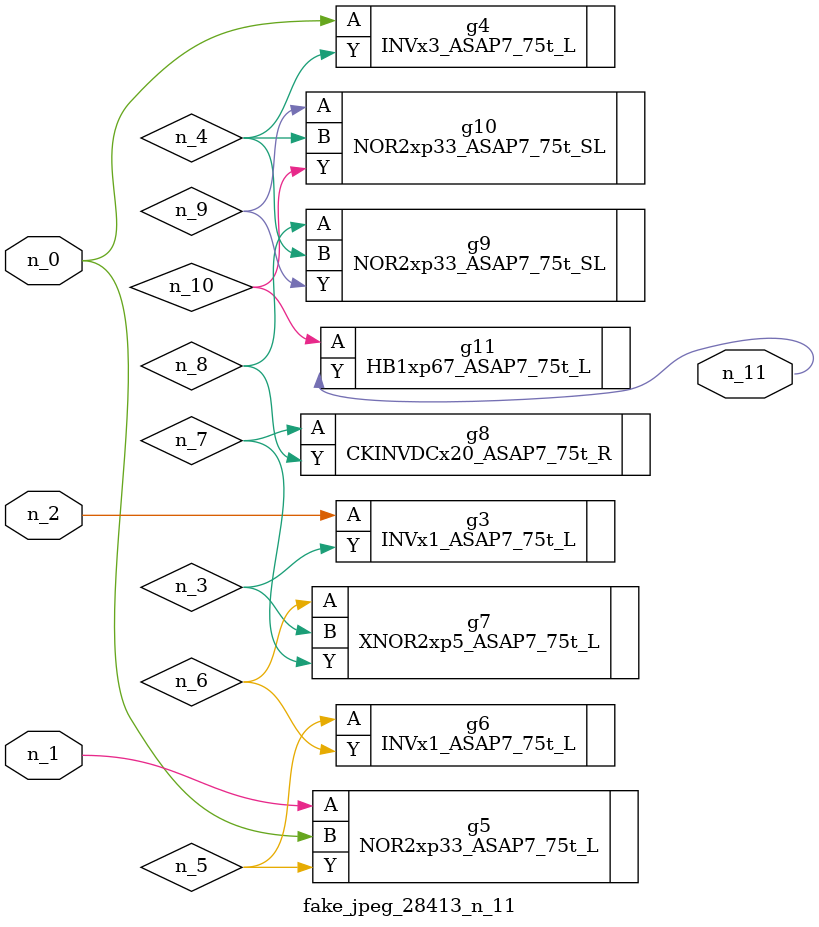
<source format=v>
module fake_jpeg_28413_n_11 (n_0, n_2, n_1, n_11);

input n_0;
input n_2;
input n_1;

output n_11;

wire n_3;
wire n_10;
wire n_4;
wire n_8;
wire n_9;
wire n_6;
wire n_5;
wire n_7;

INVx1_ASAP7_75t_L g3 ( 
.A(n_2),
.Y(n_3)
);

INVx3_ASAP7_75t_L g4 ( 
.A(n_0),
.Y(n_4)
);

NOR2xp33_ASAP7_75t_L g5 ( 
.A(n_1),
.B(n_0),
.Y(n_5)
);

INVx1_ASAP7_75t_L g6 ( 
.A(n_5),
.Y(n_6)
);

XNOR2xp5_ASAP7_75t_L g7 ( 
.A(n_6),
.B(n_3),
.Y(n_7)
);

CKINVDCx20_ASAP7_75t_R g8 ( 
.A(n_7),
.Y(n_8)
);

NOR2xp33_ASAP7_75t_SL g9 ( 
.A(n_8),
.B(n_4),
.Y(n_9)
);

NOR2xp33_ASAP7_75t_SL g10 ( 
.A(n_9),
.B(n_4),
.Y(n_10)
);

HB1xp67_ASAP7_75t_L g11 ( 
.A(n_10),
.Y(n_11)
);


endmodule
</source>
